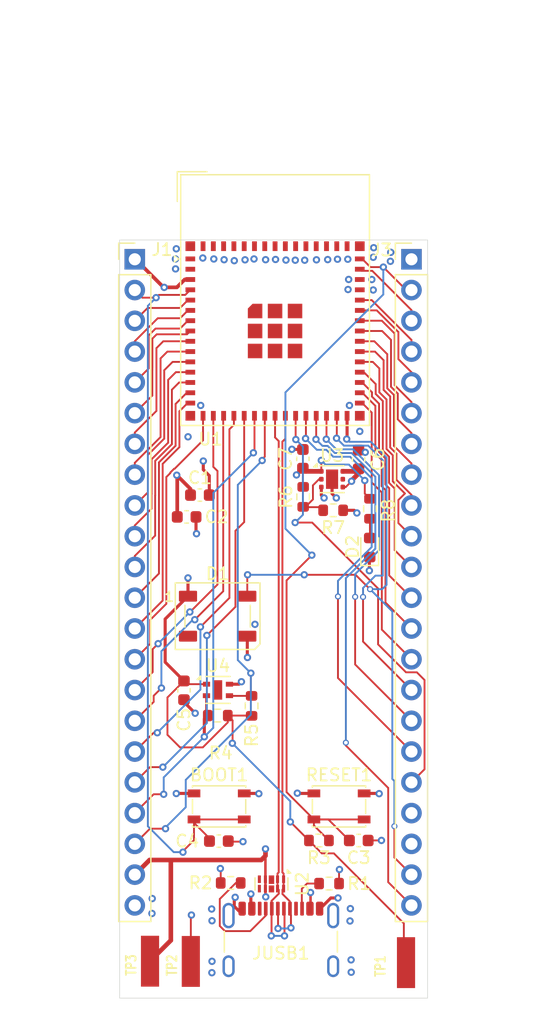
<source format=kicad_pcb>
(kicad_pcb (version 20241229) (generator "pcbnew") (generator_version "9.0")
  (layers (0 "F.Cu" signal "L1") (4 "In1.Cu" signal "L2") (6 "In2.Cu" signal "L3") (2 "B.Cu" signal "L4") (13 "F.Paste" user) (15 "B.Paste" user) (5 "F.SilkS" user "F.Silkscreen") (7 "B.SilkS" user "B.Silkscreen") (1 "F.Mask" user) (3 "B.Mask" user) (25 "Edge.Cuts" user))
  (net 0 "")
  (net 1 "GND")
  (net 2 "/3V3")
  (net 3 "/ESP32_EN")
  (net 4 "/GPIO0")
  (net 5 "/5VUSB")
  (net 7 "/GPIO48")
  (net 8 "Net-(D2-A)")
  (net 9 "/I2C_SCL")
  (net 10 "/GPIO13")
  (net 11 "/GPIO10")
  (net 12 "/I2C_SDA")
  (net 13 "/GPIO5")
  (net 14 "/GPIO1")
  (net 15 "/GPIO11")
  (net 16 "/GPIO7")
  (net 17 "/GPIO14")
  (net 18 "/GPIO12")
  (net 19 "/GPIO6")
  (net 20 "/GPIO3")
  (net 21 "/GPIO9")
  (net 22 "/GPIO4")
  (net 23 "/GPIO8")
  (net 24 "/GPIO16")
  (net 25 "/GPIO2")
  (net 26 "/GPIO15")
  (net 27 "/GPIO35")
  (net 28 "/GPIO47")
  (net 29 "/GPIO26")
  (net 30 "/USB_P")
  (net 31 "/GPIO36")
  (net 32 "/GPIO40")
  (net 33 "/GPIO39")
  (net 34 "/GPIO34")
  (net 35 "/GPIO41")
  (net 36 "/GPIO46")
  (net 37 "/RXD")
  (net 38 "/GPIO38")
  (net 39 "/TXD")
  (net 40 "/GPIO45")
  (net 41 "/GPIO37")
  (net 42 "/GPIO21")
  (net 43 "/GPIO33")
  (net 44 "/GPIO42")
  (net 45 "/USB_N")
  (net 47 "Net-(JUSB1-CC2)")
  (net 49 "Net-(JUSB1-CC1)")
  (net 50 "Net-(U3-FB)")
  (footprint "Connector_PinHeader_2.54mm:PinHeader_1x22_P2.54mm_Vertical" (layer "F.Cu") (at 125.278772 36.933372)
    (property "Reference" "J3")
    (property "Value" "~" (hide yes))
  )
  (footprint "RF_Module:ESP32-S2-MINI-1" (layer "F.Cu") (at 114.008772 40.303372)
    (property "Reference" "U1")
    (property "Value" "ESP32-S3-MINI-1" (hide yes))
  )
  (footprint "Resistor_SMD:R_0603_1608Metric" (layer "F.Cu") (at 110.343572 88.419172 180)
    (property "Reference" "R2")
    (property "Value" "5.1k" (hide yes))
  )
  (footprint "RCWCTE:TP420X150" (layer "F.Cu") (at 103.678772 94.878372 90)
    (property "Reference" "TP3")
    (property "Value" "TestPoint" (hide yes))
  )
  (footprint "Button_Switch_SMD:SW_SPST_PTS810" (layer "F.Cu") (at 119.292772 82.102772)
    (property "Reference" "RESET1")
    (property "Value" "~" (hide yes))
  )
  (footprint "Connector_PinHeader_2.54mm:PinHeader_1x22_P2.54mm_Vertical" (layer "F.Cu") (at 102.418772 36.933372)
    (property "Reference" "J1")
    (property "Value" "~" (hide yes))
  )
  (footprint "Resistor_SMD:R_0603_1608Metric" (layer "F.Cu") (at 117.633972 84.913972 180)
    (property "Reference" "R3")
    (property "Value" "10k" (hide yes))
  )
  (footprint "RCWCTE:TP420X150" (layer "F.Cu") (at 107.048772 94.898372 90)
    (property "Reference" "TP2")
    (property "Value" "TestPoint" (hide yes))
  )
  (footprint "RCWCTE:TP420X150" (layer "F.Cu") (at 124.828772 94.998372 90)
    (property "Reference" "TP1")
    (property "Value" "TestPoint" (hide yes))
  )
  (footprint "Capacitor_SMD:C_0603_1608Metric" (layer "F.Cu") (at 106.702972 58.201172)
    (property "Reference" "C2")
    (property "Value" "10uF" (hide yes))
  )
  (footprint "Capacitor_SMD:C_0603_1608Metric" (layer "F.Cu") (at 120.922972 84.913972)
    (property "Reference" "C3")
    (property "Value" "0.1uF" (hide yes))
  )
  (footprint "Resistor_SMD:R_0603_1608Metric" (layer "F.Cu") (at 109.276772 74.601572)
    (property "Reference" "R4")
    (property "Value" "10k" (hide yes))
  )
  (footprint "Package_DFN_QFN:Diodes_UDFN-10_1.0x2.5mm_P0.5mm" (layer "F.Cu") (at 113.712772 88.500872 -90)
    (property "Reference" "U2")
    (property "Value" "D3V3XA4B10LP" (hide yes))
  )
  (footprint "Resistor_SMD:R_0603_1608Metric" (layer "F.Cu") (at 118.471572 88.469972)
    (property "Reference" "R1")
    (property "Value" "5.1k" (hide yes))
  )
  (footprint "LED_SMD:LED_WS2812B_PLCC4_5.0x5.0mm_P3.2mm" (layer "F.Cu") (at 109.265172 66.396372)
    (property "Reference" "D1")
    (property "Value" "WS2812B" (hide yes))
  )
  (footprint "LED_SMD:LED_0603_1608Metric" (layer "F.Cu") (at 121.828772 60.728372 90)
    (property "Reference" "D2")
    (property "Value" "LED" (hide yes))
  )
  (footprint "Resistor_SMD:R_0603_1608Metric" (layer "F.Cu") (at 118.807972 57.655772 180)
    (property "Reference" "R7")
    (property "Value" "200k" (hide yes))
  )
  (footprint "Capacitor_SMD:C_0603_1608Metric" (layer "F.Cu") (at 107.798772 56.398372)
    (property "Reference" "C1")
    (property "Value" "0.1uF" (hide yes))
  )
  (footprint "Capacitor_SMD:C_0603_1608Metric" (layer "F.Cu") (at 109.365372 84.964772)
    (property "Reference" "C4")
    (property "Value" "0.1uF" (hide yes))
  )
  (footprint "Capacitor_SMD:C_0603_1608Metric" (layer "F.Cu") (at 116.307272 53.409772 90)
    (property "Reference" "C7")
    (property "Value" "10uF" (hide yes))
  )
  (footprint "Connector_USB:USB_C_Receptacle_GCT_USB4105-xx-A_16P_TopMnt_Horizontal" (layer "F.Cu") (at 114.49 94.22)
    (property "Reference" "JUSB1")
    (property "Value" "USB_C_Receptacle_USB2.0_16P")
  )
  (footprint "Resistor_SMD:R_0603_1608Metric" (layer "F.Cu") (at 112.070772 73.800972 -90)
    (property "Reference" "R5")
    (property "Value" "10k" (hide yes))
  )
  (footprint "Capacitor_SMD:C_0603_1608Metric" (layer "F.Cu") (at 106.482772 72.518772 -90)
    (property "Reference" "C5")
    (property "Value" "0.1uF" (hide yes))
  )
  (footprint "Capacitor_SMD:C_0603_1608Metric" (layer "F.Cu") (at 120.908772 53.458372 90)
    (property "Reference" "C6")
    (property "Value" "10uF" (hide yes))
  )
  (footprint "Button_Switch_SMD:SW_SPST_PTS810" (layer "F.Cu") (at 109.386172 82.102772)
    (property "Reference" "BOOT1")
    (property "Value" "~" (hide yes))
  )
  (footprint "Package_DFN_QFN:AMS_QFN-4-1EP_2x2mm_P0.95mm_EP0.7x1.6mm" (layer "F.Cu") (at 109.291972 72.485772)
    (property "Reference" "U4")
    (property "Value" "ENS210" (hide yes))
  )
  (footprint "Package_SON:WSON-6-1EP_2x2mm_P0.65mm_EP1x1.6mm" (layer "F.Cu") (at 118.718772 55.088372)
    (property "Reference" "U3")
    (property "Value" "TLV75801PDRV" (hide yes))
  )
  (footprint "Resistor_SMD:R_0603_1608Metric" (layer "F.Cu") (at 121.848772 57.528372 -90)
    (property "Reference" "R8")
    (property "Value" "5.1k" (hide yes))
  )
  (footprint "Resistor_SMD:R_0603_1608Metric" (layer "F.Cu") (at 116.331172 56.546372 90)
    (property "Reference" "R6")
    (property "Value" "1M" (hide yes))
  )
  (gr_rect (start 101.17 35.34) (end 126.61 97.93) (stroke (width 0.05)) (fill no) (layer "Edge.Cuts"))
  (segment (start 110.713694 89.603424) (end 110.638772 89.678346) (width 0.254) (layer "F.Cu") (net 1))
  (segment (start 107.311172 81.027772) (end 105.859372 81.027772) (width 0.254) (layer "F.Cu") (net 1))
  (segment (start 119.632972 57.655772) (end 120.547972 57.655772) (width 0.254) (layer "F.Cu") (net 1))
  (segment (start 111.358772 85.008372) (end 110.183972 85.008372) (width 0.1524) (layer "F.Cu") (net 1))
  (segment (start 119.296572 87.340572) (end 119.328772 87.308372) (width 0.1524) (layer "F.Cu") (net 1))
  (segment (start 112.648172 81.027772) (end 112.668772 81.048372) (width 0.254) (layer "F.Cu") (net 1))
  (segment (start 108.078772 53.588372) (end 108.078772 54.298372) (width 0.254) (layer "F.Cu") (net 1))
  (segment (start 111.461172 81.027772) (end 112.648172 81.027772) (width 0.254) (layer "F.Cu") (net 1))
  (segment (start 111.715172 68.046372) (end 111.715172 69.794772) (width 0.254) (layer "F.Cu") (net 1))
  (segment (start 116.300872 52.628372) (end 116.307272 52.634772) (width 0.254) (layer "F.Cu") (net 1))
  (segment (start 120.547972 57.655772) (end 120.767972 57.875772) (width 0.254) (layer "F.Cu") (net 1))
  (segment (start 106.482772 73.293772) (end 106.482772 73.482372) (width 0.254) (layer "F.Cu") (net 1))
  (segment (start 117.831272 55.738372) (end 117.831272 56.409072) (width 0.254) (layer "F.Cu") (net 1))
  (segment (start 121.703572 84.908372) (end 121.697972 84.913972) (width 0.1524) (layer "F.Cu") (net 1))
  (segment (start 121.798772 61.545872) (end 121.828772 61.515872) (width 0.254) (layer "F.Cu") (net 1))
  (segment (start 119.21 89.66) (end 118.617144 89.66) (width 0.254) (layer "F.Cu") (net 1))
  (segment (start 109.518572 87.258172) (end 109.488772 87.228372) (width 0.1524) (layer "F.Cu") (net 1))
  (segment (start 107.477972 58.201172) (end 107.477972 59.547572) (width 0.254) (layer "F.Cu") (net 1))
  (segment (start 115.398772 52.618372) (end 115.598772 52.618372) (width 0.254) (layer "F.Cu") (net 1))
  (segment (start 121.034718 52.683372) (end 120.908772 52.683372) (width 0.1524) (layer "F.Cu") (net 1))
  (segment (start 115.598772 52.618372) (end 115.608772 52.628372) (width 0.254) (layer "F.Cu") (net 1))
  (segment (start 110.638772 89.678346) (end 110.638772 90.348372) (width 0.254) (layer "F.Cu") (net 1))
  (segment (start 107.477972 59.547572) (end 107.518772 59.588372) (width 0.254) (layer "F.Cu") (net 1))
  (segment (start 115.868172 81.027772) (end 115.848772 81.008372) (width 0.254) (layer "F.Cu") (net 1))
  (segment (start 117.668772 90.608372) (end 117.668772 90.978372) (width 0.254) (layer "F.Cu") (net 1))
  (segment (start 110.638772 90.348372) (end 111.268772 90.978372) (width 0.254) (layer "F.Cu") (net 1))
  (segment (start 121.439116 52.847771) (end 121.199117 52.847771) (width 0.1524) (layer "F.Cu") (net 1))
  (segment (start 115.608772 52.628372) (end 116.300872 52.628372) (width 0.254) (layer "F.Cu") (net 1))
  (segment (start 119.296572 88.469972) (end 119.296572 87.340572) (width 0.1524) (layer "F.Cu") (net 1))
  (segment (start 122.798772 84.908372) (end 121.703572 84.908372) (width 0.1524) (layer "F.Cu") (net 1))
  (segment (start 108.573772 54.793372) (end 108.573772 56.398372) (width 0.254) (layer "F.Cu") (net 1))
  (segment (start 105.859372 81.027772) (end 105.848772 81.038372) (width 0.254) (layer "F.Cu") (net 1))
  (segment (start 117.831272 56.409072) (end 118.057972 56.635772) (width 0.254) (layer "F.Cu") (net 1))
  (segment (start 110.183972 85.008372) (end 110.140372 84.964772) (width 0.1524) (layer "F.Cu") (net 1))
  (segment (start 111.026372 72.010772) (end 111.228772 71.808372) (width 0.254) (layer "F.Cu") (net 1))
  (segment (start 109.518572 88.419172) (end 109.518572 87.258172) (width 0.1524) (layer "F.Cu") (net 1))
  (segment (start 118.718772 56.286572) (end 119.067972 56.635772) (width 0.254) (layer "F.Cu") (net 1))
  (segment (start 118.617144 89.66) (end 117.668772 90.608372) (width 0.254) (layer "F.Cu") (net 1))
  (segment (start 107.048772 94.898372) (end 107.048772 91.118372) (width 0.1524) (layer "F.Cu") (net 1))
  (segment (start 111.715172 69.794772) (end 111.728772 69.808372) (width 0.254) (layer "F.Cu") (net 1))
  (segment (start 118.718772 55.088372) (end 118.718772 56.286572) (width 0.254) (layer "F.Cu") (net 1))
  (segment (start 107.048772 91.118372) (end 107.098772 91.068372) (width 0.1524) (layer "F.Cu") (net 1))
  (segment (start 108.078772 54.298372) (end 108.573772 54.793372) (width 0.254) (layer "F.Cu") (net 1))
  (segment (start 121.367772 81.027772) (end 122.588172 81.027772) (width 0.254) (layer "F.Cu") (net 1))
  (segment (start 117.217772 81.027772) (end 115.868172 81.027772) (width 0.254) (layer "F.Cu") (net 1))
  (segment (start 110.241972 72.010772) (end 111.026372 72.010772) (width 0.254) (layer "F.Cu") (net 1))
  (segment (start 122.588172 81.027772) (end 122.608772 81.048372) (width 0.254) (layer "F.Cu") (net 1))
  (segment (start 121.460373 52.869028) (end 121.439116 52.847771) (width 0.1524) (layer "F.Cu") (net 1))
  (segment (start 121.199117 52.847771) (end 121.034718 52.683372) (width 0.1524) (layer "F.Cu") (net 1))
  (segment (start 106.482772 73.482372) (end 107.408772 74.408372) (width 0.254) (layer "F.Cu") (net 1))
  (segment (start 121.798772 62.638372) (end 121.798772 61.545872) (width 0.254) (layer "F.Cu") (net 1))
  (via (at 119.21 89.66) (size 0.604799) (drill 0.299999) (layers "F.Cu" "B.Cu") (net 1))
  (via (at 120.767972 57.875772) (size 0.604799) (drill 0.299999) (layers "F.Cu" "B.Cu") (net 1))
  (via (at 123.568772 36.358372) (size 0.604799) (drill 0.299999) (layers "F.Cu" "B.Cu") (net 1))
  (via (at 121.460373 52.869028) (size 0.604799) (drill 0.299999) (layers "F.Cu" "B.Cu") (net 1))
  (via (at 121.798772 62.638372) (size 0.604799) (drill 0.299999) (layers "F.Cu" "B.Cu") (net 1))
  (via (at 112.668772 81.048372) (size 0.604799) (drill 0.299999) (layers "F.Cu" "B.Cu") (net 1))
  (via (at 120.018772 36.928372) (size 0.604799) (drill 0.299999) (layers "F.Cu" "B.Cu") (net 1))
  (via (at 115.398772 52.618372) (size 0.604799) (drill 0.299999) (layers "F.Cu" "B.Cu") (net 1))
  (via (at 116.458772 37.008372) (size 0.604799) (drill 0.299999) (layers "F.Cu" "B.Cu") (net 1))
  (via (at 121.008772 51.138372) (size 0.604799) (drill 0.299999) (layers "F.Cu" "B.Cu") (net 1))
  (via (at 107.518772 59.588372) (size 0.604799) (drill 0.299999) (layers "F.Cu" "B.Cu") (net 1))
  (via (at 118.057972 56.635772) (size 0.604799) (drill 0.299999) (layers "F.Cu" "B.Cu") (net 1))
  (via (at 114.048772 36.948372) (size 0.604799) (drill 0.299999) (layers "F.Cu" "B.Cu") (net 1))
  (via (at 103.838772 90.938372) (size 0.604799) (drill 0.299999) (layers "F.Cu" "B.Cu") (net 1))
  (via (at 107.098772 91.068372) (size 0.604799) (drill 0.299999) (layers "F.Cu" "B.Cu") (net 1))
  (via (at 122.158772 35.978372) (size 0.604799) (drill 0.299999) (layers "F.Cu" "B.Cu") (net 1))
  (via (at 103.858772 89.708372) (size 0.604799) (drill 0.299999) (layers "F.Cu" "B.Cu") (net 1))
  (via (at 120.29 94.77) (size 0.604799) (drill 0.299999) (layers "F.Cu" "B.Cu") (net 1))
  (via (at 108.948772 36.908372) (size 0.604799) (drill 0.299999) (layers "F.Cu" "B.Cu") (net 1))
  (via (at 111.728772 69.808372) (size 0.604799) (drill 0.299999) (layers "F.Cu" "B.Cu") (net 1))
  (via (at 111.358772 85.008372) (size 0.604799) (drill 0.299999) (layers "F.Cu" "B.Cu") (net 1))
  (via (at 112.348772 67.068372) (size 0.604799) (drill 0.299999) (layers "F.Cu" "B.Cu") (net 1))
  (via (at 122.003299 38.603845) (size 0.604799) (drill 0.299999) (layers "F.Cu" "B.Cu") (net 1))
  (via (at 105.848772 81.038372) (size 0.604799) (drill 0.299999) (layers "F.Cu" "B.Cu") (net 1))
  (via (at 108.79 95.83) (size 0.604799) (drill 0.299999) (layers "F.Cu" "B.Cu") (net 1))
  (via (at 122.118772 39.468372) (size 0.604799) (drill 0.299999) (layers "F.Cu" "B.Cu") (net 1))
  (via (at 120.23 90.54) (size 0.604799) (drill 0.299999) (layers "F.Cu" "B.Cu") (net 1))
  (via (at 120.2 91.56) (size 0.604799) (drill 0.299999) (layers "F.Cu" "B.Cu") (net 1))
  (via (at 108.8 94.89) (size 0.604799) (drill 0.299999) (layers "F.Cu" "B.Cu") (net 1))
  (via (at 108.038772 36.828372) (size 0.604799) (drill 0.299999) (layers "F.Cu" "B.Cu") (net 1))
  (via (at 112.268772 36.908372) (size 0.604799) (drill 0.299999) (layers "F.Cu" "B.Cu") (net 1))
  (via (at 118.358772 36.958372) (size 0.604799) (drill 0.299999) (layers "F.Cu" "B.Cu") (net 1))
  (via (at 113.228772 36.968372) (size 0.604799) (drill 0.299999) (layers "F.Cu" "B.Cu") (net 1))
  (via (at 108.078772 53.588372) (size 0.604799) (drill 0.299999) (layers "F.Cu" "B.Cu") (net 1))
  (via (at 122.798772 84.908372) (size 0.604799) (drill 0.299999) (layers "F.Cu" "B.Cu") (net 1))
  (via (at 108.77 90.57) (size 0.604799) (drill 0.299999) (layers "F.Cu" "B.Cu") (net 1))
  (via (at 105.778772 36.908372) (size 0.604799) (drill 0.299999) (layers "F.Cu" "B.Cu") (net 1))
  (via (at 120.3 95.79) (size 0.604799) (drill 0.299999) (layers "F.Cu" "B.Cu") (net 1))
  (via (at 110.638772 37.048372) (size 0.604799) (drill 0.299999) (layers "F.Cu" "B.Cu") (net 1))
  (via (at 107.408772 74.408372) (size 0.604799) (drill 0.299999) (layers "F.Cu" "B.Cu") (net 1))
  (via (at 109.488772 87.228372) (size 0.604799) (drill 0.299999) (layers "F.Cu" "B.Cu") (net 1))
  (via (at 120.153971 48.998571) (size 0.604799) (drill 0.299999) (layers "F.Cu" "B.Cu") (net 1))
  (via (at 114.908772 36.998372) (size 0.604799) (drill 0.299999) (layers "F.Cu" "B.Cu") (net 1))
  (via (at 117.428772 36.978372) (size 0.604799) (drill 0.299999) (layers "F.Cu" "B.Cu") (net 1))
  (via (at 120.038772 39.428372) (size 0.604799) (drill 0.299999) (layers "F.Cu" "B.Cu") (net 1))
  (via (at 107.863573 48.998571) (size 0.604799) (drill 0.299999) (layers "F.Cu" "B.Cu") (net 1))
  (via (at 119.067972 56.635772) (size 0.604799) (drill 0.299999) (layers "F.Cu" "B.Cu") (net 1))
  (via (at 111.228772 71.808372) (size 0.604799) (drill 0.299999) (layers "F.Cu" "B.Cu") (net 1))
  (via (at 115.678772 37.008372) (size 0.604799) (drill 0.299999) (layers "F.Cu" "B.Cu") (net 1))
  (via (at 111.528772 36.978372) (size 0.604799) (drill 0.299999) (layers "F.Cu" "B.Cu") (net 1))
  (via (at 120.088772 38.598372) (size 0.604799) (drill 0.299999) (layers "F.Cu" "B.Cu") (net 1))
  (via (at 105.848772 36.068372) (size 0.604799) (drill 0.299999) (layers "F.Cu" "B.Cu") (net 1))
  (via (at 123.538772 37.098372) (size 0.604799) (drill 0.299999) (layers "F.Cu" "B.Cu") (net 1))
  (via (at 108.8 91.54) (size 0.604799) (drill 0.299999) (layers "F.Cu" "B.Cu") (net 1))
  (via (at 122.608772 81.048372) (size 0.604799) (drill 0.299999) (layers "F.Cu" "B.Cu") (net 1))
  (via (at 122.118772 36.768372) (size 0.604799) (drill 0.299999) (layers "F.Cu" "B.Cu") (net 1))
  (via (at 109.798772 36.968372) (size 0.604799) (drill 0.299999) (layers "F.Cu" "B.Cu") (net 1))
  (via (at 105.788772 37.728372) (size 0.604799) (drill 0.299999) (layers "F.Cu" "B.Cu") (net 1))
  (via (at 119.328772 87.308372) (size 0.604799) (drill 0.299999) (layers "F.Cu" "B.Cu") (net 1))
  (via (at 115.848772 81.008372) (size 0.604799) (drill 0.299999) (layers "F.Cu" "B.Cu") (net 1))
  (via (at 106.818772 51.588372) (size 0.604799) (drill 0.299999) (layers "F.Cu" "B.Cu") (net 1))
  (via (at 110.713694 89.603424) (size 0.604799) (drill 0.299999) (layers "F.Cu" "B.Cu") (net 1))
  (via (at 119.168772 36.928372) (size 0.604799) (drill 0.299999) (layers "F.Cu" "B.Cu") (net 1))
  (segment (start 106.482772 71.743772) (end 105.118772 73.107772) (width 0.1524) (layer "F.Cu") (net 2))
  (segment (start 116.307272 55.697472) (end 116.307272 54.184772) (width 0.1524) (layer "F.Cu") (net 2))
  (segment (start 105.118772 73.107772) (end 105.118772 76.188372) (width 0.1524) (layer "F.Cu") (net 2))
  (segment (start 112.046372 74.601572) (end 112.070772 74.625972) (width 0.1524) (layer "F.Cu") (net 2))
  (segment (start 105.888772 54.758372) (end 107.023772 55.893372) (width 0.3048) (layer "F.Cu") (net 2))
  (segment (start 116.307272 54.184772) (end 116.307272 54.206472) (width 0.1524) (layer "F.Cu") (net 2))
  (segment (start 115.273372 83.378372) (end 115.268772 83.378372) (width 0.1524) (layer "F.Cu") (net 2))
  (segment (start 124.828772 94.998372) (end 124.648772 94.818372) (width 0.1524) (layer "F.Cu") (net 2))
  (segment (start 117.831272 54.438372) (end 117.831272 53.540872) (width 0.1524) (layer "F.Cu") (net 2))
  (segment (start 124.648772 91.758372) (end 118.868772 85.978372) (width 0.1524) (layer "F.Cu") (net 2))
  (segment (start 121.420277 56.274877) (end 121.848772 56.703372) (width 0.1524) (layer "F.Cu") (net 2))
  (segment (start 117.831272 53.540872) (end 117.828772 53.538372) (width 0.1524) (layer "F.Cu") (net 2))
  (segment (start 105.927972 54.797572) (end 105.927972 58.201172) (width 0.3048) (layer "F.Cu") (net 2))
  (segment (start 116.808972 84.913972) (end 115.273372 83.378372) (width 0.1524) (layer "F.Cu") (net 2))
  (segment (start 106.815172 64.746372) (end 104.928772 66.632772) (width 0.254) (layer "F.Cu") (net 2))
  (segment (start 105.895572 39.251572) (end 106.543772 38.603372) (width 0.3048) (layer "F.Cu") (net 2))
  (segment (start 116.319472 54.184772) (end 116.307272 54.184772) (width 0.39116) (layer "F.Cu") (net 2))
  (segment (start 106.158772 77.228372) (end 108.038772 77.228372) (width 0.1524) (layer "F.Cu") (net 2))
  (segment (start 106.815172 64.746372) (end 106.815172 63.238372) (width 0.254) (layer "F.Cu") (net 2))
  (segment (start 107.023772 55.893372) (end 107.023772 56.398372) (width 0.3048) (layer "F.Cu") (net 2))
  (segment (start 104.848772 39.251572) (end 105.895572 39.251572) (width 0.3048) (layer "F.Cu") (net 2))
  (segment (start 110.101772 74.601572) (end 112.046372 74.601572) (width 0.1524) (layer "F.Cu") (net 2))
  (segment (start 106.749772 72.010772) (end 106.482772 71.743772) (width 0.1524) (layer "F.Cu") (net 2))
  (segment (start 110.498772 74.998572) (end 110.101772 74.601572) (width 0.1524) (layer "F.Cu") (net 2))
  (segment (start 108.341972 72.010772) (end 106.749772 72.010772) (width 0.1524) (layer "F.Cu") (net 2))
  (segment (start 124.648772 94.818372) (end 124.648772 91.758372) (width 0.1524) (layer "F.Cu") (net 2))
  (segment (start 104.928772 70.189772) (end 106.482772 71.743772) (width 0.254) (layer "F.Cu") (net 2))
  (segment (start 110.101772 75.165372) (end 110.101772 74.601572) (width 0.1524) (layer "F.Cu") (net 2))
  (segment (start 117.873372 85.978372) (end 116.808972 84.913972) (width 0.1524) (layer "F.Cu") (net 2))
  (segment (start 117.831272 54.438372) (end 116.573072 54.438372) (width 0.39116) (layer "F.Cu") (net 2))
  (segment (start 121.420277 55.195756) (end 121.420277 56.274877) (width 0.1524) (layer "F.Cu") (net 2))
  (segment (start 110.478772 76.888372) (end 110.498772 76.868372) (width 0.1524) (layer "F.Cu") (net 2))
  (segment (start 116.307272 54.206472) (end 115.777972 54.735772) (width 0.3048) (layer "F.Cu") (net 2))
  (segment (start 105.888772 54.758372) (end 105.927972 54.797572) (width 0.3048) (layer "F.Cu") (net 2))
  (segment (start 118.868772 85.978372) (end 117.873372 85.978372) (width 0.1524) (layer "F.Cu") (net 2))
  (segment (start 104.928772 66.632772) (end 104.928772 70.189772) (width 0.254) (layer "F.Cu") (net 2))
  (segment (start 102.480572 36.933372) (end 104.798772 39.251572) (width 0.3048) (layer "F.Cu") (net 2))
  (segment (start 104.798772 39.251572) (end 104.848772 39.251572) (width 0.3048) (layer "F.Cu") (net 2))
  (segment (start 105.118772 76.188372) (end 106.158772 77.228372) (width 0.1524) (layer "F.Cu") (net 2))
  (segment (start 102.418772 36.933372) (end 102.480572 36.933372) (width 0.1524) (layer "F.Cu") (net 2))
  (segment (start 106.543772 38.603372) (end 107.008772 38.603372) (width 0.3048) (layer "F.Cu") (net 2))
  (segment (start 116.331172 55.721372) (end 116.307272 55.697472) (width 0.1524) (layer "F.Cu") (net 2))
  (segment (start 116.573072 54.438372) (end 116.319472 54.184772) (width 0.39116) (layer "F.Cu") (net 2))
  (segment (start 110.498772 76.868372) (end 110.498772 74.998572) (width 0.1524) (layer "F.Cu") (net 2))
  (segment (start 108.038772 77.228372) (end 110.101772 75.165372) (width 0.1524) (layer "F.Cu") (net 2))
  (via (at 115.268772 83.378372) (size 0.604799) (drill 0.299999) (layers "F.Cu" "B.Cu") (net 2))
  (via (at 105.888772 54.758372) (size 0.604799) (drill 0.299999) (layers "F.Cu" "B.Cu") (net 2))
  (via (at 115.777972 54.735772) (size 0.604799) (drill 0.299999) (layers "F.Cu" "B.Cu") (net 2))
  (via (at 121.420277 55.195756) (size 0.604799) (drill 0.299999) (layers "F.Cu" "B.Cu") (net 2))
  (via (at 110.478772 76.888372) (size 0.604799) (drill 0.299999) (layers "F.Cu" "B.Cu") (net 2))
  (via (at 106.815172 63.238372) (size 0.604799) (drill 0.299999) (layers "F.Cu" "B.Cu") (net 2))
  (via (at 104.848772 39.251572) (size 0.604799) (drill 0.299999) (layers "F.Cu" "B.Cu") (net 2))
  (via (at 117.828772 53.538372) (size 0.604799) (drill 0.299999) (layers "F.Cu" "B.Cu") (net 2))
  (segment (start 118.168772 53.878372) (end 120.102893 53.878372) (width 0.1524) (layer "B.Cu") (net 2))
  (segment (start 115.268772 81.678372) (end 110.478772 76.888372) (width 0.1524) (layer "B.Cu") (net 2))
  (segment (start 117.828772 53.538372) (end 118.168772 53.878372) (width 0.1524) (layer "B.Cu") (net 2))
  (segment (start 120.102893 53.878372) (end 121.420277 55.195756) (width 0.1524) (layer "B.Cu") (net 2))
  (segment (start 115.268772 83.378372) (end 115.268772 81.678372) (width 0.1524) (layer "B.Cu") (net 2))
  (segment (start 117.217772 83.672772) (end 118.458972 84.913972) (width 0.1524) (layer "F.Cu") (net 3))
  (segment (start 122.954401 37.579893) (end 121.885293 37.579893) (width 0.1524) (layer "F.Cu") (net 3))
  (segment (start 117.217772 83.177772) (end 118.411772 83.177772) (width 0.1524) (layer "F.Cu") (net 3))
  (segment (start 118.411772 83.177772) (end 120.147972 84.913972) (width 0.1524) (layer "F.Cu") (net 3))
  (segment (start 121.208772 36.903372) (end 121.008772 36.903372) (width 0.1524) (layer "F.Cu") (net 3))
  (segment (start 117.217772 83.177772) (end 117.217772 83.672772) (width 0.1524) (layer "F.Cu") (net 3))
  (segment (start 114.96 80.92) (end 114.96 63.447144) (width 0.1524) (layer "F.Cu") (net 3))
  (segment (start 124.84788 39.473372) (end 122.954401 37.579893) (width 0.1524) (layer "F.Cu") (net 3))
  (segment (start 114.96 63.447144) (end 117.048772 61.358372) (width 0.1524) (layer "F.Cu") (net 3))
  (segment (start 121.885293 37.579893) (end 121.208772 36.903372) (width 0.1524) (layer "F.Cu") (net 3))
  (segment (start 117.217772 83.177772) (end 114.96 80.92) (width 0.1524) (layer "F.Cu") (net 3))
  (segment (start 125.278772 39.473372) (end 124.84788 39.473372) (width 0.1524) (layer "F.Cu") (net 3))
  (segment (start 117.217772 83.177772) (end 121.367772 83.177772) (width 0.1524) (layer "F.Cu") (net 3))
  (via (at 117.048772 61.358372) (size 0.604799) (drill 0.299999) (layers "F.Cu" "B.Cu") (net 3))
  (via (at 122.954401 37.579893) (size 0.604799) (drill 0.299999) (layers "F.Cu" "B.Cu") (net 3))
  (segment (start 114.866773 59.176373) (end 114.866773 47.922733) (width 0.1524) (layer "B.Cu") (net 3))
  (segment (start 122.954401 39.835105) (end 122.954401 37.579893) (width 0.1524) (layer "B.Cu") (net 3))
  (segment (start 117.048772 61.358372) (end 114.866773 59.176373) (width 0.1524) (layer "B.Cu") (net 3))
  (segment (start 114.866773 47.922733) (end 122.954401 39.835105) (width 0.1524) (layer "B.Cu") (net 3))
  (segment (start 107.311172 84.885972) (end 107.311172 83.177772) (width 0.1524) (layer "F.Cu") (net 4))
  (segment (start 107.311172 83.177772) (end 111.461172 83.177772) (width 0.1524) (layer "F.Cu") (net 4))
  (segment (start 107.311172 83.456372) (end 107.311172 83.177772) (width 0.1524) (layer "F.Cu") (net 4))
  (segment (start 104.406572 39.873772) (end 106.588372 39.873772) (width 0.1524) (layer "F.Cu") (net 4))
  (segment (start 103.046972 40.101572) (end 104.178772 40.101572) (width 0.1524) (layer "F.Cu") (net 4))
  (segment (start 106.398772 85.798372) (end 107.311172 84.885972) (width 0.1524) (layer "F.Cu") (net 4))
  (segment (start 104.178772 40.101572) (end 104.406572 39.873772) (width 0.1524) (layer "F.Cu") (net 4))
  (segment (start 108.590372 84.964772) (end 108.590372 84.735572) (width 0.1524) (layer "F.Cu") (net 4))
  (segment (start 108.590372 84.735572) (end 107.311172 83.456372) (width 0.1524) (layer "F.Cu") (net 4))
  (segment (start 102.418772 39.473372) (end 103.046972 40.101572) (width 0.1524) (layer "F.Cu") (net 4))
  (segment (start 106.588372 39.873772) (end 107.008772 39.453372) (width 0.1524) (layer "F.Cu") (net 4))
  (segment (start 106.398772 85.878372) (end 106.398772 85.798372) (width 0.1524) (layer "F.Cu") (net 4))
  (via (at 106.398772 85.878372) (size 0.604799) (drill 0.299999) (layers "F.Cu" "B.Cu") (net 4))
  (via (at 104.178772 40.101572) (size 0.604799) (drill 0.299999) (layers "F.Cu" "B.Cu") (net 4))
  (segment (start 104.178772 40.101572) (end 103.498372 40.781972) (width 0.1524) (layer "B.Cu") (net 4))
  (segment (start 103.498372 40.781972) (end 103.498372 83.737972) (width 0.1524) (layer "B.Cu") (net 4))
  (segment (start 105.638772 85.878372) (end 106.398772 85.878372) (width 0.1524) (layer "B.Cu") (net 4))
  (segment (start 103.498372 83.737972) (end 105.638772 85.878372) (width 0.1524) (layer "B.Cu") (net 4))
  (segment (start 113.212772 88.113372) (end 113.212772 88.888372) (width 0.2032) (layer "F.Cu") (net 5))
  (segment (start 113.218772 85.61) (end 113.218772 86.173574) (width 0.381) (layer "F.Cu") (net 5))
  (segment (start 113.212772 89.542772) (end 113.24 89.57) (width 0.2032) (layer "F.Cu") (net 5))
  (segment (start 105.398772 93.158372) (end 105.398772 86.670973) (width 0.381) (layer "F.Cu") (net 5))
  (segment (start 112.068772 90.468372) (end 112.068772 90.978372) (width 0.254) (layer "F.Cu") (net 5))
  (segment (start 120.688772 54.233372) (end 120.908772 54.233372) (width 0.39116) (layer "F.Cu") (net 5))
  (segment (start 119.606272 55.738372) (end 119.848772 55.738372) (width 0.1524) (layer "F.Cu") (net 5))
  (segment (start 113.212772 85.616) (end 113.218772 85.61) (width 0.2032) (layer "F.Cu") (net 5))
  (segment (start 120.328772 55.193372) (end 120.908772 54.613372) (width 0.39116) (layer "F.Cu") (net 5))
  (segment (start 120.908772 54.613372) (end 120.908772 54.233372) (width 0.39116) (layer "F.Cu") (net 5))
  (segment (start 112.867674 86.524672) (end 103.642472 86.524672) (width 0.381) (layer "F.Cu") (net 5))
  (segment (start 119.606272 54.438372) (end 120.483772 54.438372) (width 0.39116) (layer "F.Cu") (net 5))
  (segment (start 103.642472 86.524672) (end 102.433772 87.733372) (width 0.381) (layer "F.Cu") (net 5))
  (segment (start 113.212772 88.888372) (end 113.212772 89.542772) (width 0.2032) (layer "F.Cu") (net 5))
  (segment (start 119.848772 55.738372) (end 120.328772 55.258372) (width 0.1524) (layer "F.Cu") (net 5))
  (segment (start 113.218772 86.173574) (end 112.867674 86.524672) (width 0.381) (layer "F.Cu") (net 5))
  (segment (start 120.328772 55.258372) (end 120.328772 55.193372) (width 0.39116) (layer "F.Cu") (net 5))
  (segment (start 112.01 90.4096) (end 112.068772 90.468372) (width 0.254) (layer "F.Cu") (net 5))
  (segment (start 120.483772 54.438372) (end 120.688772 54.233372) (width 0.39116) (layer "F.Cu") (net 5))
  (segment (start 103.678772 94.878372) (end 105.398772 93.158372) (width 0.381) (layer "F.Cu") (net 5))
  (segment (start 116.94 89.21) (end 116.94 90.49) (width 0.2032) (layer "F.Cu") (net 5))
  (segment (start 113.212772 88.113372) (end 113.212772 85.616) (width 0.2032) (layer "F.Cu") (net 5))
  (segment (start 112.01 89.33) (end 112.01 90.4096) (width 0.254) (layer "F.Cu") (net 5))
  (segment (start 116.94 90.49) (end 116.89 90.54) (width 0.2032) (layer "F.Cu") (net 5))
  (segment (start 102.433772 87.733372) (end 102.418772 87.733372) (width 0.2032) (layer "F.Cu") (net 5))
  (via (at 116.94 89.21) (size 0.604799) (drill 0.299999) (layers "F.Cu" "B.Cu") (net 5))
  (via (at 113.24 89.57) (size 0.604799) (drill 0.299999) (layers "F.Cu" "B.Cu") (net 5))
  (via (at 112.01 89.33) (size 0.604799) (drill 0.299999) (layers "F.Cu" "B.Cu") (net 5))
  (via (at 120.328772 55.258372) (size 0.604799) (drill 0.299999) (layers "F.Cu" "B.Cu") (net 5))
  (via (at 113.218772 85.61) (size 0.604799) (drill 0.299999) (layers "F.Cu" "B.Cu") (net 5))
  (segment (start 111.715172 63.001972) (end 111.738772 62.978372) (width 0.254) (layer "F.Cu") (net 7))
  (segment (start 123.868772 86.323372) (end 125.278772 87.733372) (width 0.1524) (layer "F.Cu") (net 7))
  (segment (start 111.715172 64.746372) (end 111.715172 63.001972) (width 0.1524) (layer "F.Cu") (net 7))
  (segment (start 123.868772 83.738372) (end 123.868772 86.323372) (width 0.1524) (layer "F.Cu") (net 7))
  (segment (start 120.658772 62.978372) (end 116.418772 62.978372) (width 0.1524) (layer "F.Cu") (net 7))
  (segment (start 119.958772 51.748372) (end 119.958772 49.853372) (width 0.254) (layer "F.Cu") (net 7))
  (segment (start 119.928772 51.778372) (end 119.958772 51.748372) (width 0.1524) (layer "F.Cu") (net 7))
  (segment (start 121.848772 64.168372) (end 120.658772 62.978372) (width 0.1524) (layer "F.Cu") (net 7))
  (via (at 121.858772 64.168372) (size 0.5) (drill 0.3) (layers "F.Cu" "B.Cu") (net 7))
  (via (at 111.738772 62.978372) (size 0.604799) (drill 0.299999) (layers "F.Cu" "B.Cu") (net 7))
  (via (at 123.868772 83.738372) (size 0.5) (drill 0.3) (layers "F.Cu" "B.Cu") (net 7))
  (via (at 116.418772 62.978372) (size 0.604799) (drill 0.299999) (layers "F.Cu" "B.Cu") (net 7))
  (via (at 119.928772 51.778372) (size 0.604799) (drill 0.299999) (layers "F.Cu" "B.Cu") (net 7))
  (segment (start 123.698772 79.838372) (end 123.698772 66.008372) (width 0.1524) (layer "B.Cu") (net 7))
  (segment (start 116.418772 62.978372) (end 111.738772 62.978372) (width 0.1524) (layer "B.Cu") (net 7))
  (segment (start 119.928772 51.778372) (end 120.148772 51.998372) (width 0.1524) (layer "B.Cu") (net 7))
  (segment (start 120.148772 51.998372) (end 121.918772 51.998372) (width 0.1524) (layer "B.Cu") (net 7))
  (segment (start 122.858772 64.168372) (end 121.858772 64.168372) (width 0.1524) (layer "B.Cu") (net 7))
  (segment (start 123.218772 63.808372) (end 122.858772 64.168372) (width 0.1524) (layer "B.Cu") (net 7))
  (segment (start 123.218772 53.298372) (end 123.218772 63.808372) (width 0.1524) (layer "B.Cu") (net 7))
  (segment (start 123.868772 80.008372) (end 123.698772 79.838372) (width 0.1524) (layer "B.Cu") (net 7))
  (segment (start 123.868772 83.738372) (end 123.868772 80.008372) (width 0.1524) (layer "B.Cu") (net 7))
  (segment (start 121.918772 51.998372) (end 123.218772 53.298372) (width 0.1524) (layer "B.Cu") (net 7))
  (segment (start 123.698772 66.008372) (end 121.858772 64.168372) (width 0.1524) (layer "B.Cu") (net 7))
  (segment (start 121.848772 59.920872) (end 121.828772 59.940872) (width 0.1524) (layer "F.Cu") (net 8))
  (segment (start 121.848772 58.353372) (end 121.848772 59.920872) (width 0.1524) (layer "F.Cu") (net 8))
  (segment (start 108.451772 74.601572) (end 108.311572 74.461372) (width 0.1524) (layer "F.Cu") (net 9))
  (segment (start 108.163299 74.890045) (end 108.451772 74.601572) (width 0.254) (layer "F.Cu") (net 9))
  (segment (start 103.973772 81.098372) (end 102.418772 82.653372) (width 0.1524) (layer "F.Cu") (net 9))
  (segment (start 108.163299 76.352899) (end 108.163299 74.890045) (width 0.254) (layer "F.Cu") (net 9))
  (segment (start 108.311572 74.461372) (end 108.311572 72.991172) (width 0.1524) (layer "F.Cu") (net 9))
  (segment (start 112.308772 52.818372) (end 112.308772 49.853372) (width 0.1524) (layer "F.Cu") (net 9))
  (segment (start 112.218772 52.908372) (end 112.308772 52.818372) (width 0.1524) (layer "F.Cu") (net 9))
  (segment (start 104.808772 81.098372) (end 103.973772 81.098372) (width 0.1524) (layer "F.Cu") (net 9))
  (segment (start 108.311572 72.991172) (end 108.341972 72.960772) (width 0.1524) (layer "F.Cu") (net 9))
  (via (at 108.163299 76.352899) (size 0.604799) (drill 0.299999) (layers "F.Cu" "B.Cu") (net 9))
  (via (at 104.808772 81.098372) (size 0.604799) (drill 0.299999) (layers "F.Cu" "B.Cu") (net 9))
  (via (at 112.218772 52.908372) (size 0.604799) (drill 0.299999) (layers "F.Cu" "B.Cu") (net 9))
  (segment (start 108.163299 76.352899) (end 104.808772 79.707426) (width 0.1524) (layer "B.Cu") (net 9))
  (segment (start 112.218772 52.908372) (end 108.906387 56.220757) (width 0.1524) (layer "B.Cu") (net 9))
  (segment (start 108.906387 56.220757) (end 108.906387 75.609811) (width 0.1524) (layer "B.Cu") (net 9))
  (segment (start 104.808772 79.707426) (end 104.808772 81.098372) (width 0.1524) (layer "B.Cu") (net 9))
  (segment (start 108.906387 75.609811) (end 108.163299 76.352899) (width 0.1524) (layer "B.Cu") (net 9))
  (segment (start 108.907954 54.067553) (end 109.253372 54.412972) (width 0.1524) (layer "F.Cu") (net 10))
  (segment (start 103.898772 69.116573) (end 103.898772 71.013372) (width 0.1524) (layer "F.Cu") (net 10))
  (segment (start 104.346973 68.668372) (end 103.898772 69.116573) (width 0.1524) (layer "F.Cu") (net 10))
  (segment (start 108.908772 49.853372) (end 108.908772 54.066735) (width 0.1524) (layer "F.Cu") (net 10))
  (segment (start 109.253372 63.783772) (end 106.988772 66.048372) (width 0.1524) (layer "F.Cu") (net 10))
  (segment (start 103.898772 71.013372) (end 102.418772 72.493372) (width 0.1524) (layer "F.Cu") (net 10))
  (segment (start 109.253372 54.412972) (end 109.253372 63.783772) (width 0.1524) (layer "F.Cu") (net 10))
  (segment (start 106.988772 66.048372) (end 106.968772 66.048372) (width 0.1524) (layer "F.Cu") (net 10))
  (segment (start 108.908772 54.066735) (end 108.907954 54.067553) (width 0.1524) (layer "F.Cu") (net 10))
  (via (at 104.346973 68.668372) (size 0.604799) (drill 0.299999) (layers "F.Cu" "B.Cu") (net 10))
  (via (at 106.968772 66.048372) (size 0.604799) (drill 0.299999) (layers "F.Cu" "B.Cu") (net 10))
  (segment (start 104.346973 68.668372) (end 104.348772 68.668372) (width 0.1524) (layer "B.Cu") (net 10))
  (segment (start 104.348772 68.668372) (end 106.968772 66.048372) (width 0.1524) (layer "B.Cu") (net 10))
  (segment (start 102.418772 64.873372) (end 104.415772 62.876372) (width 0.1524) (layer "F.Cu") (net 11))
  (segment (start 105.790372 48.878372) (end 106.715372 47.953372) (width 0.1524) (layer "F.Cu") (net 11))
  (segment (start 106.715372 47.953372) (end 107.008772 47.953372) (width 0.1524) (layer "F.Cu") (net 11))
  (segment (start 104.415772 62.876372) (end 104.415772 53.698772) (width 0.1524) (layer "F.Cu") (net 11))
  (segment (start 105.790372 52.324172) (end 105.790372 48.878372) (width 0.1524) (layer "F.Cu") (net 11))
  (segment (start 104.415772 53.698772) (end 105.790372 52.324172) (width 0.1524) (layer "F.Cu") (net 11))
  (segment (start 112.943772 53.543372) (end 112.943772 53.443372) (width 0.1524) (layer "F.Cu") (net 12))
  (segment (start 104.958772 83.938372) (end 103.673772 83.938372) (width 0.1524) (layer "F.Cu") (net 12))
  (segment (start 112.943772 53.543372) (end 112.828772 53.428372) (width 0.254) (layer "F.Cu") (net 12))
  (segment (start 110.257172 72.975972) (end 110.241972 72.960772) (width 0.1524) (layer "F.Cu") (net 12))
  (segment (start 112.008772 71.098372) (end 112.008772 72.913972) (width 0.1524) (layer "F.Cu") (net 12))
  (segment (start 112.943772 53.443372) (end 113.158772 53.228372) (width 0.1524) (layer "F.Cu") (net 12))
  (segment (start 112.070772 72.975972) (end 110.257172 72.975972) (width 0.1524) (layer "F.Cu") (net 12))
  (segment (start 113.158772 53.228372) (end 113.158772 49.853372) (width 0.1524) (layer "F.Cu") (net 12))
  (segment (start 112.008772 72.913972) (end 112.070772 72.975972) (width 0.254) (layer "F.Cu") (net 12))
  (segment (start 103.673772 83.938372) (end 102.418772 85.193372) (width 0.1524) (layer "F.Cu") (net 12))
  (via (at 112.008772 71.098372) (size 0.604799) (drill 0.299999) (layers "F.Cu" "B.Cu") (net 12))
  (via (at 112.943772 53.543372) (size 0.604799) (drill 0.299999) (layers "F.Cu" "B.Cu") (net 12))
  (via (at 104.958772 83.938372) (size 0.604799) (drill 0.299999) (layers "F.Cu" "B.Cu") (net 12))
  (segment (start 110.928772 70.018372) (end 112.008772 71.098372) (width 0.1524) (layer "B.Cu") (net 12))
  (segment (start 104.958772 83.838372) (end 104.958772 83.938372) (width 0.254) (layer "B.Cu") (net 12))
  (segment (start 112.008772 71.098372) (end 112.008772 74.53417) (width 0.1524) (layer "B.Cu") (net 12))
  (segment (start 112.943772 53.543372) (end 110.928772 55.558372) (width 0.1524) (layer "B.Cu") (net 12))
  (segment (start 112.008772 74.53417) (end 106.628772 79.91417) (width 0.1524) (layer "B.Cu") (net 12))
  (segment (start 106.628772 82.168372) (end 104.958772 83.838372) (width 0.1524) (layer "B.Cu") (net 12))
  (segment (start 106.628772 79.91417) (end 106.628772 82.168372) (width 0.1524) (layer "B.Cu") (net 12))
  (segment (start 110.928772 55.558372) (end 110.928772 70.018372) (width 0.1524) (layer "B.Cu") (net 12))
  (segment (start 102.418772 51.238372) (end 104.208772 49.448372) (width 0.1524) (layer "F.Cu") (net 13))
  (segment (start 104.773772 43.703372) (end 107.008772 43.703372) (width 0.1524) (layer "F.Cu") (net 13))
  (segment (start 102.418772 52.173372) (end 102.418772 51.238372) (width 0.1524) (layer "F.Cu") (net 13))
  (segment (start 104.208772 44.268372) (end 104.773772 43.703372) (width 0.1524) (layer "F.Cu") (net 13))
  (segment (start 104.208772 49.448372) (end 104.208772 44.268372) (width 0.1524) (layer "F.Cu") (net 13))
  (segment (start 103.480572 40.951572) (end 106.160572 40.951572) (width 0.1524) (layer "F.Cu") (net 14))
  (segment (start 106.160572 40.951572) (end 106.808772 40.303372) (width 0.1524) (layer "F.Cu") (net 14))
  (segment (start 106.808772 40.303372) (end 107.008772 40.303372) (width 0.1524) (layer "F.Cu") (net 14))
  (segment (start 102.418772 42.013372) (end 103.480572 40.951572) (width 0.1524) (layer "F.Cu") (net 14))
  (segment (start 106.108772 49.478372) (end 106.783772 48.803372) (width 0.1524) (layer "F.Cu") (net 15))
  (segment (start 104.721572 53.825438) (end 106.108772 52.438238) (width 0.1524) (layer "F.Cu") (net 15))
  (segment (start 104.721572 65.110572) (end 104.721572 53.825438) (width 0.1524) (layer "F.Cu") (net 15))
  (segment (start 106.108772 52.438238) (end 106.108772 49.478372) (width 0.1524) (layer "F.Cu") (net 15))
  (segment (start 102.418772 67.413372) (end 104.721572 65.110572) (width 0.1524) (layer "F.Cu") (net 15))
  (segment (start 106.783772 48.803372) (end 107.008772 48.803372) (width 0.1524) (layer "F.Cu") (net 15))
  (segment (start 103.498372 56.173772) (end 103.498372 53.091238) (width 0.1524) (layer "F.Cu") (net 16))
  (segment (start 104.854572 46.092572) (end 105.543772 45.403372) (width 0.1524) (layer "F.Cu") (net 16))
  (segment (start 104.854572 51.735038) (end 104.854572 46.092572) (width 0.1524) (layer "F.Cu") (net 16))
  (segment (start 105.543772 45.403372) (end 107.008772 45.403372) (width 0.1524) (layer "F.Cu") (net 16))
  (segment (start 102.418772 57.253372) (end 103.498372 56.173772) (width 0.1524) (layer "F.Cu") (net 16))
  (segment (start 103.498372 53.091238) (end 104.854572 51.735038) (width 0.1524) (layer "F.Cu") (net 16))
  (segment (start 103.978772 72.968372) (end 103.978772 73.473372) (width 0.1524) (layer "F.Cu") (net 17))
  (segment (start 109.727572 64.335512) (end 107.376944 66.68614) (width 0.1524) (layer "F.Cu") (net 17))
  (segment (start 104.618772 72.328372) (end 103.978772 72.968372) (width 0.1524) (layer "F.Cu") (net 17))
  (segment (start 103.978772 73.473372) (end 102.418772 75.033372) (width 0.1524) (layer "F.Cu") (net 17))
  (segment (start 109.758772 49.853372) (end 109.727572 49.884572) (width 0.1524) (layer "F.Cu") (net 17))
  (segment (start 109.727572 49.884572) (end 109.727572 64.335512) (width 0.1524) (layer "F.Cu") (net 17))
  (via (at 107.376944 66.68614) (size 0.604799) (drill 0.299999) (layers "F.Cu" "B.Cu") (net 17))
  (via (at 104.618772 72.328372) (size 0.604799) (drill 0.299999) (layers "F.Cu" "B.Cu") (net 17))
  (segment (start 104.618772 69.288372) (end 107.221004 66.68614) (width 0.1524) (layer "B.Cu") (net 17))
  (segment (start 104.618772 72.328372) (end 104.618772 69.288372) (width 0.1524) (layer "B.Cu") (net 17))
  (segment (start 107.221004 66.68614) (end 107.376944 66.68614) (width 0.1524) (layer "B.Cu") (net 17))
  (segment (start 105.668411 54.226373) (end 105.710771 54.226373) (width 0.1524) (layer "F.Cu") (net 18))
  (segment (start 102.418772 69.953372) (end 103.698772 68.673372) (width 0.1524) (layer "F.Cu") (net 18))
  (segment (start 103.698772 68.673372) (end 103.698772 66.698372) (width 0.1524) (layer "F.Cu") (net 18))
  (segment (start 105.027372 54.909772) (end 105.356773 54.580371) (width 0.1524) (layer "F.Cu") (net 18))
  (segment (start 105.356773 54.538011) (end 105.668411 54.226373) (width 0.1524) (layer "F.Cu") (net 18))
  (segment (start 105.027372 65.369772) (end 105.027372 54.909772) (width 0.1524) (layer "F.Cu") (net 18))
  (segment (start 105.710771 54.226373) (end 108.058772 51.878372) (width 0.1524) (layer "F.Cu") (net 18))
  (segment (start 108.058772 51.878372) (end 108.058772 49.853372) (width 0.1524) (layer "F.Cu") (net 18))
  (segment (start 105.356773 54.580371) (end 105.356773 54.538011) (width 0.1524) (layer "F.Cu") (net 18))
  (segment (start 103.698772 66.698372) (end 105.027372 65.369772) (width 0.1524) (layer "F.Cu") (net 18))
  (segment (start 104.548772 51.608372) (end 104.548772 45.118372) (width 0.1524) (layer "F.Cu") (net 19))
  (segment (start 102.418772 53.738372) (end 104.548772 51.608372) (width 0.1524) (layer "F.Cu") (net 19))
  (segment (start 104.548772 45.118372) (end 105.113772 44.553372) (width 0.1524) (layer "F.Cu") (net 19))
  (segment (start 102.418772 54.713372) (end 102.418772 53.738372) (width 0.1524) (layer "F.Cu") (net 19))
  (segment (start 105.113772 44.553372) (end 107.008772 44.553372) (width 0.1524) (layer "F.Cu") (net 19))
  (segment (start 103.568772 43.218372) (end 104.135572 42.651572) (width 0.1524) (layer "F.Cu") (net 20))
  (segment (start 103.568772 45.943372) (end 103.568772 43.218372) (width 0.1524) (layer "F.Cu") (net 20))
  (segment (start 106.160572 42.651572) (end 106.808772 42.003372) (width 0.1524) (layer "F.Cu") (net 20))
  (segment (start 104.135572 42.651572) (end 106.160572 42.651572) (width 0.1524) (layer "F.Cu") (net 20))
  (segment (start 102.418772 47.093372) (end 103.568772 45.943372) (width 0.1524) (layer "F.Cu") (net 20))
  (segment (start 106.808772 42.003372) (end 107.008772 42.003372) (width 0.1524) (layer "F.Cu") (net 20))
  (segment (start 102.418772 61.428372) (end 104.104572 59.742572) (width 0.1524) (layer "F.Cu") (net 21))
  (segment (start 105.484572 52.195039) (end 105.484572 47.702572) (width 0.1524) (layer "F.Cu") (net 21))
  (segment (start 104.109972 56.427106) (end 104.109972 53.572106) (width 0.1524) (layer "F.Cu") (net 21))
  (segment (start 105.484572 47.702572) (end 106.083772 47.103372) (width 0.1524) (layer "F.Cu") (net 21))
  (segment (start 105.480372 52.199238) (end 105.484572 52.195039) (width 0.1524) (layer "F.Cu") (net 21))
  (segment (start 105.480372 52.201705) (end 105.480372 52.199238) (width 0.1524) (layer "F.Cu") (net 21))
  (segment (start 104.104572 56.432506) (end 104.109972 56.427106) (width 0.1524) (layer "F.Cu") (net 21))
  (segment (start 106.083772 47.103372) (end 107.008772 47.103372) (width 0.1524) (layer "F.Cu") (net 21))
  (segment (start 104.104572 59.742572) (end 104.104572 56.432506) (width 0.1524) (layer "F.Cu") (net 21))
  (segment (start 104.109972 53.572106) (end 105.480372 52.201705) (width 0.1524) (layer "F.Cu") (net 21))
  (segment (start 102.418772 62.333372) (end 102.418772 61.428372) (width 0.1524) (layer "F.Cu") (net 21))
  (segment (start 103.874572 45.816706) (end 103.874572 43.482572) (width 0.1524) (layer "F.Cu") (net 22))
  (segment (start 103.874572 43.482572) (end 104.228772 43.128372) (width 0.1524) (layer "F.Cu") (net 22))
  (segment (start 104.228772 43.128372) (end 106.733772 43.128372) (width 0.1524) (layer "F.Cu") (net 22))
  (segment (start 106.733772 43.128372) (end 107.008772 42.853372) (width 0.1524) (layer "F.Cu") (net 22))
  (segment (start 102.418772 49.633372) (end 103.868772 48.183372) (width 0.1524) (layer "F.Cu") (net 22))
  (segment (start 103.868772 46.075839) (end 103.874572 45.816706) (width 0.1524) (layer "F.Cu") (net 22))
  (segment (start 103.868772 48.183372) (end 103.868772 46.075839) (width 0.1524) (layer "F.Cu") (net 22))
  (segment (start 105.174572 52.075039) (end 105.174572 52.072572) (width 0.1524) (layer "F.Cu") (net 23))
  (segment (start 105.178772 52.068372) (end 105.178772 46.888372) (width 0.1524) (layer "F.Cu") (net 23))
  (segment (start 103.798772 56.305838) (end 103.804172 56.300438) (width 0.1524) (layer "F.Cu") (net 23))
  (segment (start 102.418772 59.793372) (end 102.418772 58.908372) (width 0.1524) (layer "F.Cu") (net 23))
  (segment (start 102.418772 58.908372) (end 103.798772 57.528372) (width 0.1524) (layer "F.Cu") (net 23))
  (segment (start 103.798772 57.528372) (end 103.798772 56.305838) (width 0.1524) (layer "F.Cu") (net 23))
  (segment (start 103.804172 56.300438) (end 103.804172 56.300439) (width 0.1524) (layer "F.Cu") (net 23))
  (segment (start 105.178772 46.888372) (end 105.813772 46.253372) (width 0.1524) (layer "F.Cu") (net 23))
  (segment (start 103.804172 56.300438) (end 103.804172 53.445439) (width 0.1524) (layer "F.Cu") (net 23))
  (segment (start 103.804172 53.445439) (end 105.174572 52.075039) (width 0.1524) (layer "F.Cu") (net 23))
  (segment (start 105.174572 52.072572) (end 105.178772 52.068372) (width 0.1524) (layer "F.Cu") (net 23))
  (segment (start 105.813772 46.253372) (end 107.008772 46.253372) (width 0.1524) (layer "F.Cu") (net 23))
  (segment (start 110.735572 65.62387) (end 110.735572 59.349172) (width 0.1524) (layer "F.Cu") (net 24))
  (segment (start 103.673772 78.858372) (end 102.418772 80.113372) (width 0.1524) (layer "F.Cu") (net 24))
  (segment (start 108.374387 67.985055) (end 110.735572 65.62387) (width 0.1524) (layer "F.Cu") (net 24))
  (segment (start 110.735572 59.349172) (end 111.458772 58.625972) (width 0.1524) (layer "F.Cu") (net 24))
  (segment (start 104.738772 78.858372) (end 103.673772 78.858372) (width 0.1524) (layer "F.Cu") (net 24))
  (segment (start 111.458772 58.625972) (end 111.458772 49.853372) (width 0.1524) (layer "F.Cu") (net 24))
  (via (at 108.374387 67.985055) (size 0.604799) (drill 0.299999) (layers "F.Cu" "B.Cu") (net 24))
  (via (at 104.738772 78.858372) (size 0.604799) (drill 0.299999) (layers "F.Cu" "B.Cu") (net 24))
  (segment (start 108.374387 75.222757) (end 104.738772 78.858372) (width 0.1524) (layer "B.Cu") (net 24))
  (segment (start 108.374387 67.985055) (end 108.374387 75.222757) (width 0.1524) (layer "B.Cu") (net 24))
  (segment (start 104.315572 41.801572) (end 106.160572 41.801572) (width 0.1524) (layer "F.Cu") (net 25))
  (segment (start 106.808772 41.153372) (end 107.008772 41.153372) (width 0.1524) (layer "F.Cu") (net 25))
  (segment (start 106.160572 41.801572) (end 106.808772 41.153372) (width 0.1524) (layer "F.Cu") (net 25))
  (segment (start 102.418772 43.698372) (end 104.315572 41.801572) (width 0.1524) (layer "F.Cu") (net 25))
  (segment (start 102.418772 44.553372) (end 102.418772 43.698372) (width 0.1524) (layer "F.Cu") (net 25))
  (segment (start 110.608772 50.598372) (end 110.608772 49.853372) (width 0.1524) (layer "F.Cu") (net 26))
  (segment (start 104.278772 76.018372) (end 103.973772 76.018372) (width 0.1524) (layer "F.Cu") (net 26))
  (segment (start 110.238772 50.968372) (end 110.608772 50.598372) (width 0.1524) (layer "F.Cu") (net 26))
  (segment (start 110.238772 50.968372) (end 110.238772 64.88723) (width 0.1524) (layer "F.Cu") (net 26))
  (segment (start 110.238772 64.88723) (end 107.843388 67.282614) (width 0.1524) (layer "F.Cu") (net 26))
  (segment (start 103.973772 76.018372) (end 102.418772 77.573372) (width 0.1524) (layer "F.Cu") (net 26))
  (via (at 107.843388 67.282614) (size 0.604799) (drill 0.299999) (layers "F.Cu" "B.Cu") (net 26))
  (via (at 104.278772 76.018372) (size 0.604799) (drill 0.299999) (layers "F.Cu" "B.Cu") (net 26))
  (segment (start 107.843388 67.282614) (end 107.843388 72.453756) (width 0.1524) (layer "B.Cu") (net 26))
  (segment (start 107.843388 72.453756) (end 104.278772 76.018372) (width 0.1524) (layer "B.Cu") (net 26))
  (segment (start 122.827172 56.181838) (end 121.991372 55.346038) (width 0.1524) (layer "F.Cu") (net 27))
  (segment (start 121.991372 55.346038) (end 121.991372 49.585972) (width 0.1524) (layer "F.Cu") (net 27))
  (segment (start 121.991372 49.585972) (end 121.208772 48.803372) (width 0.1524) (layer "F.Cu") (net 27))
  (segment (start 122.827172 67.501772) (end 122.827172 56.181838) (width 0.1524) (layer "F.Cu") (net 27))
  (segment (start 121.208772 48.803372) (end 121.008772 48.803372) (width 0.1524) (layer "F.Cu") (net 27))
  (segment (start 125.278772 69.953372) (end 122.827172 67.501772) (width 0.1524) (layer "F.Cu") (net 27))
  (segment (start 117.377572 51.787172) (end 117.388772 51.798372) (width 0.1524) (layer "F.Cu") (net 28))
  (segment (start 123.358772 80.578373) (end 123.358772 88.353372) (width 0.1524) (layer "F.Cu") (net 28))
  (segment (start 119.858772 77.078373) (end 123.358772 80.578373) (width 0.1524) (layer "F.Cu") (net 28))
  (segment (start 119.858772 76.838372) (end 119.858772 77.078373) (width 0.1524) (layer "F.Cu") (net 28))
  (segment (start 117.408772 51.778372) (end 117.408772 49.853372) (width 0.1524) (layer "F.Cu") (net 28))
  (segment (start 117.388772 51.798372) (end 117.408772 51.778372) (width 0.1524) (layer "F.Cu") (net 28))
  (segment (start 123.358772 88.353372) (end 125.278772 90.273372) (width 0.1524) (layer "F.Cu") (net 28))
  (via (at 119.858772 76.838372) (size 0.5) (drill 0.3) (layers "F.Cu" "B.Cu") (net 28))
  (via (at 117.388772 51.798372) (size 0.604799) (drill 0.299999) (layers "F.Cu" "B.Cu") (net 28))
  (segment (start 119.858772 63.256772) (end 122.297172 60.818372) (width 0.1524) (layer "B.Cu") (net 28))
  (segment (start 122.297172 60.818372) (end 122.297172 54.889239) (width 0.1524) (layer "B.Cu") (net 28))
  (segment (start 119.858772 76.838372) (end 119.858772 63.256772) (width 0.1524) (layer "B.Cu") (net 28))
  (segment (start 122.297172 54.889239) (end 120.336306 52.928372) (width 0.1524) (layer "B.Cu") (net 28))
  (segment (start 118.946305 52.928372) (end 118.356306 52.338372) (width 0.1524) (layer "B.Cu") (net 28))
  (segment (start 118.356306 52.338372) (end 117.928772 52.338372) (width 0.1524) (layer "B.Cu") (net 28))
  (segment (start 120.336306 52.928372) (end 118.946305 52.928372) (width 0.1524) (layer "B.Cu") (net 28))
  (segment (start 117.928772 52.338372) (end 117.388772 51.798372) (width 0.1524) (layer "B.Cu") (net 28))
  (segment (start 116.558772 51.699973) (end 116.558772 49.853372) (width 0.1524) (layer "F.Cu") (net 29))
  (segment (start 119.206688 71.501288) (end 125.278772 77.573372) (width 0.1524) (layer "F.Cu") (net 29))
  (segment (start 119.206688 64.76875) (end 119.206688 71.501288) (width 0.1524) (layer "F.Cu") (net 29))
  (segment (start 116.528772 51.729973) (end 116.558772 51.699973) (width 0.1524) (layer "F.Cu") (net 29))
  (segment (start 116.527572 51.728773) (end 116.528772 51.729973) (width 0.1524) (layer "F.Cu") (net 29))
  (via (at 116.528772 51.729973) (size 0.604799) (drill 0.299999) (layers "F.Cu" "B.Cu") (net 29))
  (via (at 119.206688 64.76875) (size 0.5) (drill 0.3) (layers "F.Cu" "B.Cu") (net 29))
  (segment (start 117.457171 52.658372) (end 118.243836 52.658372) (width 0.1524) (layer "B.Cu") (net 29))
  (segment (start 119.072973 53.234173) (end 119.072974 53.234172) (width 0.1524) (layer "B.Cu") (net 29))
  (segment (start 120.20964 53.234172) (end 121.991372 55.015905) (width 0.1524) (layer "B.Cu") (net 29))
  (segment (start 116.528772 51.729973) (end 117.457171 52.658372) (width 0.1524) (layer "B.Cu") (net 29))
  (segment (start 119.206688 63.476389) (end 121.991372 60.691706) (width 0.1524) (layer "B.Cu") (net 29))
  (segment (start 121.991372 55.015905) (end 121.991372 60.691706) (width 0.1524) (layer "B.Cu") (net 29))
  (segment (start 118.640506 53.055039) (end 118.819637 53.234173) (width 0.1524) (layer "B.Cu") (net 29))
  (segment (start 118.243836 52.658372) (end 118.533836 52.948372) (width 0.1524) (layer "B.Cu") (net 29))
  (segment (start 118.533839 52.948372) (end 118.640505 53.055039) (width 0.1524) (layer "B.Cu") (net 29))
  (segment (start 118.819637 53.234173) (end 118.819639 53.234172) (width 0.1524) (layer "B.Cu") (net 29))
  (segment (start 119.072974 53.234172) (end 120.20964 53.234172) (width 0.1524) (layer "B.Cu") (net 29))
  (segment (start 118.640504 53.05504) (end 118.640506 53.055039) (width 0.1524) (layer "B.Cu") (net 29))
  (segment (start 118.640505 53.055039) (end 118.640506 53.055038) (width 0.1524) (layer "B.Cu") (net 29))
  (segment (start 118.819639 53.234172) (end 119.072973 53.234173) (width 0.1524) (layer "B.Cu") (net 29))
  (segment (start 119.206688 63.476389) (end 119.206688 64.76875) (width 0.1524) (layer "B.Cu") (net 29))
  (segment (start 118.533836 52.948372) (end 118.533839 52.948372) (width 0.1524) (layer "B.Cu") (net 29))
  (segment (start 118.533839 52.948372) (end 118.533838 52.948372) (width 0.1524) (layer "B.Cu") (net 29))
  (segment (start 118.640505 53.055039) (end 118.640504 53.05504) (width 0.1524) (layer "B.Cu") (net 29))
  (segment (start 115.321972 92.127572) (end 115.321972 91.081572) (width 0.155814) (layer "F.Cu") (net 30))
  (segment (start 115.321972 91.081572) (end 115.218772 90.978372) (width 0.155814) (layer "F.Cu") (net 30))
  (segment (start 114.623586 89.333586) (end 114.623586 88.977558) (width 0.155814) (layer "F.Cu") (net 30))
  (segment (start 114.616879 51.989465) (end 114.858772 51.747572) (width 0.155814) (layer "F.Cu") (net 30))
  (segment (start 114.712772 88.113372) (end 114.712772 87.644621) (width 0.155814) (layer "F.Cu") (net 30))
  (segment (start 114.712772 88.113372) (end 114.712772 88.888372) (width 0.155814) (layer "F.Cu") (net 30))
  (segment (start 114.858772 51.747572) (end 114.858772 49.853372) (width 0.155814) (layer "F.Cu") (net 30))
  (segment (start 115.218772 89.928772) (end 114.623586 89.333586) (width 0.155814) (layer "F.Cu") (net 30))
  (segment (start 115.218772 90.978372) (end 115.218772 89.928772) (width 0.155814) (layer "F.Cu") (net 30))
  (segment (start 114.616879 87.548728) (end 114.616879 51.989465) (width 0.155814) (layer "F.Cu") (net 30))
  (segment (start 114.712772 87.644621) (end 114.616879 87.548728) (width 0.155814) (layer "F.Cu") (net 30))
  (segment (start 114.255172 91.014772) (end 114.218772 90.978372) (width 0.155814) (layer "F.Cu") (net 30))
  (segment (start 114.255172 92.178372) (end 114.255172 91.014772) (width 0.155814) (layer "F.Cu") (net 30))
  (segment (start 114.623586 88.977558) (end 114.712772 88.888372) (width 0.155814) (layer "F.Cu") (net 30))
  (via (at 115.321972 92.127572) (size 0.604799) (drill 0.299999) (layers "F.Cu" "B.Cu") (net 30))
  (via (at 114.255172 92.178372) (size 0.604799) (drill 0.299999) (layers "F.Cu" "B.Cu") (net 30))
  (segment (start 115.321972 92.127572) (end 115.271172 92.178372) (width 0.155814) (layer "B.Cu") (net 30))
  (segment (start 115.271172 92.178372) (end 114.255172 92.178372) (width 0.155814) (layer "B.Cu") (net 30))
  (segment (start 122.297172 49.032572) (end 121.217972 47.953372) (width 0.1524) (layer "F.Cu") (net 31))
  (segment (start 121.217972 47.953372) (end 121.008772 47.953372) (width 0.1524) (layer "F.Cu") (net 31))
  (segment (start 123.132972 65.267572) (end 123.132972 55.978372) (width 0.1524) (layer "F.Cu") (net 31))
  (segment (start 123.132972 55.978372) (end 122.815572 55.660972) (width 0.1524) (layer "F.Cu") (net 31))
  (segment (start 122.815572 53.487506) (end 122.297172 52.969106) (width 0.1524) (layer "F.Cu") (net 31))
  (segment (start 122.815572 55.660972) (end 122.815572 53.487506) (width 0.1524) (layer "F.Cu") (net 31))
  (segment (start 122.297172 52.969106) (end 122.297172 49.032572) (width 0.1524) (layer "F.Cu") (net 31))
  (segment (start 125.278772 67.413372) (end 123.132972 65.267572) (width 0.1524) (layer "F.Cu") (net 31))
  (segment (start 123.522972 48.259972) (end 123.155105 47.892106) (width 0.1524) (layer "F.Cu") (net 32))
  (segment (start 122.975972 45.265572) (end 122.263772 44.553372) (width 0.1524) (layer "F.Cu") (net 32))
  (segment (start 122.975972 47.712972) (end 122.975972 45.265572) (width 0.1524) (layer "F.Cu") (net 32))
  (segment (start 124.038772 55.138372) (end 124.038772 52.980839) (width 0.1524) (layer "F.Cu") (net 32))
  (segment (start 123.558772 52.500839) (end 123.522972 52.465038) (width 0.1524) (layer "F.Cu") (net 32))
  (segment (start 125.278772 56.378372) (end 124.038772 55.138372) (width 0.1524) (layer "F.Cu") (net 32))
  (segment (start 123.522972 52.465038) (end 123.522972 48.259972) (width 0.1524) (layer "F.Cu") (net 32))
  (segment (start 125.278772 57.253372) (end 125.278772 56.378372) (width 0.1524) (layer "F.Cu") (net 32))
  (segment (start 123.155106 47.892106) (end 122.975972 47.712972) (width 0.1524) (layer "F.Cu") (net 32))
  (segment (start 124.038772 52.980839) (end 123.558772 52.500838) (width 0.1524) (layer "F.Cu") (net 32))
  (segment (start 122.263772 44.553372) (end 121.008772 44.553372) (width 0.1524) (layer "F.Cu") (net 32))
  (segment (start 123.155105 47.892106) (end 123.155106 47.892106) (width 0.1524) (layer "F.Cu") (net 32))
  (segment (start 123.558772 52.500838) (end 123.558772 52.500839) (width 0.1524) (layer "F.Cu") (net 32))
  (segment (start 124.199172 56.806187) (end 124.736646 56.268713) (width 0.1524) (layer "F.Cu") (net 33))
  (segment (start 123.912105 55.444172) (end 123.912106 55.444172) (width 0.1524) (layer "F.Cu") (net 33))
  (segment (start 124.199172 58.713772) (end 124.199172 56.806187) (width 0.1524) (layer "F.Cu") (net 33))
  (segment (start 122.627172 47.918372) (end 122.627172 45.946772) (width 0.1524) (layer "F.Cu") (net 33))
  (segment (start 124.736646 56.268713) (end 123.912105 55.444172) (width 0.1524) (layer "F.Cu") (net 33))
  (segment (start 122.627172 45.946772) (end 122.083772 45.403372) (width 0.1524) (layer "F.Cu") (net 33))
  (segment (start 123.732972 53.107505) (end 123.217172 52.591706) (width 0.1524) (layer "F.Cu") (net 33))
  (segment (start 123.217172 48.508372) (end 122.627172 47.918372) (width 0.1524) (layer "F.Cu") (net 33))
  (segment (start 123.217172 52.591706) (end 123.217172 48.508372) (width 0.1524) (layer "F.Cu") (net 33))
  (segment (start 123.732972 55.265038) (end 123.732972 53.107505) (width 0.1524) (layer "F.Cu") (net 33))
  (segment (start 123.912106 55.444172) (end 123.732972 55.265038) (width 0.1524) (layer "F.Cu") (net 33))
  (segment (start 125.278772 59.793372) (end 124.199172 58.713772) (width 0.1524) (layer "F.Cu") (net 33))
  (segment (start 122.083772 45.403372) (end 121.008772 45.403372) (width 0.1524) (layer "F.Cu") (net 33))
  (segment (start 121.278772 68.493372) (end 125.278772 72.493372) (width 0.1524) (layer "F.Cu") (net 34))
  (segment (start 119.108772 51.688372) (end 119.108772 49.853372) (width 0.1524) (layer "F.Cu") (net 34))
  (segment (start 119.077572 51.697172) (end 119.088772 51.708372) (width 0.1524) (layer "F.Cu") (net 34))
  (segment (start 121.278772 64.808372) (end 121.278772 68.493372) (width 0.1524) (layer "F.Cu") (net 34))
  (segment (start 119.088772 51.708372) (end 119.108772 51.688372) (width 0.1524) (layer "F.Cu") (net 34))
  (via (at 119.088772 51.708372) (size 0.604799) (drill 0.299999) (layers "F.Cu" "B.Cu") (net 34))
  (via (at 121.278772 64.808372) (size 0.5) (drill 0.3) (layers "F.Cu" "B.Cu") (net 34))
  (segment (start 121.707172 52.316772) (end 122.908772 53.518372) (width 0.1524) (layer "B.Cu") (net 34))
  (segment (start 121.278772 64.070115) (end 121.278772 64.808372) (width 0.1524) (layer "B.Cu") (net 34))
  (segment (start 119.697172 52.316772) (end 121.707172 52.316772) (width 0.1524) (layer "B.Cu") (net 34))
  (segment (start 122.300515 63.048372) (end 121.278772 64.070115) (width 0.1524) (layer "B.Cu") (net 34))
  (segment (start 122.908772 53.518372) (end 122.908772 63.048372) (width 0.1524) (layer "B.Cu") (net 34))
  (segment (start 119.088772 51.708372) (end 119.697172 52.316772) (width 0.1524) (layer "B.Cu") (net 34))
  (segment (start 122.908772 63.048372) (end 122.300515 63.048372) (width 0.1524) (layer "B.Cu") (net 34))
  (segment (start 123.828772 52.338372) (end 123.828772 48.133306) (width 0.1524) (layer "F.Cu") (net 35))
  (segment (start 123.281772 47.586306) (end 123.281772 44.771372) (width 0.1524) (layer "F.Cu") (net 35))
  (segment (start 125.278772 53.788372) (end 123.828772 52.338372) (width 0.1524) (layer "F.Cu") (net 35))
  (segment (start 123.828772 48.133306) (end 123.281772 47.586306) (width 0.1524) (layer "F.Cu") (net 35))
  (segment (start 125.278772 54.713372) (end 125.278772 53.788372) (width 0.1524) (layer "F.Cu") (net 35))
  (segment (start 123.281772 44.771372) (end 122.213772 43.703372) (width 0.1524) (layer "F.Cu") (net 35))
  (segment (start 122.213772 43.703372) (end 121.008772 43.703372) (width 0.1524) (layer "F.Cu") (net 35))
  (segment (start 125.278772 41.126957) (end 122.037508 37.885693) (width 0.1524) (layer "F.Cu") (net 36))
  (segment (start 122.037508 37.885693) (end 121.141093 37.885693) (width 0.1524) (layer "F.Cu") (net 36))
  (segment (start 121.141093 37.885693) (end 121.008772 37.753372) (width 0.1524) (layer "F.Cu") (net 36))
  (segment (start 125.278772 42.013372) (end 125.278772 41.126957) (width 0.1524) (layer "F.Cu") (net 36))
  (segment (start 124.968772 41.703372) (end 125.278772 42.013372) (width 0.1524) (layer "F.Cu") (net 36))
  (segment (start 124.199172 45.178772) (end 124.199172 42.941238) (width 0.1524) (layer "F.Cu") (net 37))
  (segment (start 125.278772 46.258372) (end 124.199172 45.178772) (width 0.1524) (layer "F.Cu") (net 37))
  (segment (start 125.278772 47.093372) (end 125.278772 46.258372) (width 0.1524) (layer "F.Cu") (net 37))
  (segment (start 124.199172 42.941238) (end 122.411306 41.153372) (width 0.1524) (layer "F.Cu") (net 37))
  (segment (start 122.411306 41.153372) (end 121.008772 41.153372) (width 0.1524) (layer "F.Cu") (net 37))
  (segment (start 123.78544 55.749972) (end 123.427172 55.391706) (width 0.1524) (layer "F.Cu") (net 38))
  (segment (start 121.343772 46.253372) (end 121.008772 46.253372) (width 0.1524) (layer "F.Cu") (net 38))
  (segment (start 122.321372 48.045038) (end 122.321372 47.230972) (width 0.1524) (layer "F.Cu") (net 38))
  (segment (start 122.321372 47.230972) (end 121.343772 46.253372) (width 0.1524) (layer "F.Cu") (net 38))
  (segment (start 123.893372 60.947972) (end 123.893372 55.857905) (width 0.1524) (layer "F.Cu") (net 38))
  (segment (start 125.278772 62.333372) (end 123.893372 60.947972) (width 0.1524) (layer "F.Cu") (net 38))
  (segment (start 123.427172 55.391706) (end 123.427172 53.234171) (width 0.1524) (layer "F.Cu") (net 38))
  (segment (start 122.908772 52.715771) (end 122.908772 48.632438) (width 0.1524) (layer "F.Cu") (net 38))
  (segment (start 123.893372 55.857905) (end 123.78544 55.749972) (width 0.1524) (layer "F.Cu") (net 38))
  (segment (start 122.908772 48.632438) (end 122.500505 48.224172) (width 0.1524) (layer "F.Cu") (net 38))
  (segment (start 122.500506 48.224172) (end 122.321372 48.045038) (width 0.1524) (layer "F.Cu") (net 38))
  (segment (start 123.427172 53.234171) (end 122.908772 52.715771) (width 0.1524) (layer "F.Cu") (net 38))
  (segment (start 122.500505 48.224172) (end 122.500506 48.224172) (width 0.1524) (layer "F.Cu") (net 38))
  (segment (start 125.278772 49.633372) (end 125.278772 48.718372) (width 0.1524) (layer "F.Cu") (net 39))
  (segment (start 122.82884 42.003372) (end 121.008772 42.003372) (width 0.1524) (layer "F.Cu") (net 39))
  (segment (start 123.893372 47.332972) (end 123.893372 43.067904) (width 0.1524) (layer "F.Cu") (net 39))
  (segment (start 125.278772 48.718372) (end 123.893372 47.332972) (width 0.1524) (layer "F.Cu") (net 39))
  (segment (start 123.893372 43.067904) (end 122.82884 42.003372) (width 0.1524) (layer "F.Cu") (net 39))
  (segment (start 121.993772 40.303372) (end 121.008772 40.303372) (width 0.1524) (layer "F.Cu") (net 40))
  (segment (start 125.278772 44.553372) (end 125.278772 43.588372) (width 0.1524) (layer "F.Cu") (net 40))
  (segment (start 125.278772 43.588372) (end 121.993772 40.303372) (width 0.1524) (layer "F.Cu") (net 40))
  (segment (start 122.602972 48.858372) (end 122.015572 48.270972) (width 0.1524) (layer "F.Cu") (net 41))
  (segment (start 122.602972 48.858372) (end 122.602972 52.84244) (width 0.1524) (layer "F.Cu") (net 41))
  (segment (start 121.208772 47.103372) (end 121.008772 47.103372) (width 0.1524) (layer "F.Cu") (net 41))
  (segment (start 122.015572 48.270972) (end 122.015572 47.910172) (width 0.1524) (layer "F.Cu") (net 41))
  (segment (start 123.438772 63.033372) (end 125.278772 64.873372) (width 0.1524) (layer "F.Cu") (net 41))
  (segment (start 122.015572 47.910172) (end 121.208772 47.103372) (width 0.1524) (layer "F.Cu") (net 41))
  (segment (start 123.438772 55.83577) (end 123.438772 63.033372) (width 0.1524) (layer "F.Cu") (net 41))
  (segment (start 123.121372 53.36084) (end 123.121372 55.518371) (width 0.1524) (layer "F.Cu") (net 41))
  (segment (start 123.121372 55.518371) (end 123.438772 55.83577) (width 0.1524) (layer "F.Cu") (net 41))
  (segment (start 122.602972 52.84244) (end 123.121372 53.36084) (width 0.1524) (layer "F.Cu") (net 41))
  (segment (start 124.831587 71.032972) (end 122.521372 68.722757) (width 0.1524) (layer "F.Cu") (net 42))
  (segment (start 125.278772 80.113372) (end 126.358372 79.033772) (width 0.1524) (layer "F.Cu") (net 42))
  (segment (start 122.521372 68.722757) (end 122.521372 64.113333) (width 0.1524) (layer "F.Cu") (net 42))
  (segment (start 122.521372 64.113333) (end 117.076411 58.668372) (width 0.1524) (layer "F.Cu") (net 42))
  (segment (start 125.725957 71.032972) (end 124.831587 71.032972) (width 0.1524) (layer "F.Cu") (net 42))
  (segment (start 126.358372 79.033772) (end 126.358372 71.665387) (width 0.1524) (layer "F.Cu") (net 42))
  (segment (start 117.076411 58.668372) (end 115.668772 58.668372) (width 0.1524) (layer "F.Cu") (net 42))
  (segment (start 126.358372 71.665387) (end 125.725957 71.032972) (width 0.1524) (layer "F.Cu") (net 42))
  (segment (start 115.708772 51.797799) (end 115.708772 49.853372) (width 0.1524) (layer "F.Cu") (net 42))
  (segment (start 115.725184 51.814211) (end 115.708772 51.797799) (width 0.1524) (layer "F.Cu") (net 42))
  (via (at 115.668772 58.668372) (size 0.604799) (drill 0.299999) (layers "F.Cu" "B.Cu") (net 42))
  (via (at 115.725184 51.814211) (size 0.604799) (drill 0.299999) (layers "F.Cu" "B.Cu") (net 42))
  (segment (start 116.309972 58.027172) (end 116.309972 52.398999) (width 0.1524) (layer "B.Cu") (net 42))
  (segment (start 116.309972 52.398999) (end 115.725184 51.814211) (width 0.1524) (layer "B.Cu") (net 42))
  (segment (start 115.668772 58.668372) (end 116.309972 58.027172) (width 0.1524) (layer "B.Cu") (net 42))
  (segment (start 118.238772 51.788372) (end 118.258772 51.768372) (width 0.1524) (layer "F.Cu") (net 43))
  (segment (start 120.626457 70.381057) (end 125.278772 75.033372) (width 0.1524) (layer "F.Cu") (net 43))
  (segment (start 120.626457 64.797678) (end 120.626457 70.381057) (width 0.1524) (layer "F.Cu") (net 43))
  (segment (start 118.258772 51.768372) (end 118.258772 49.853372) (width 0.1524) (layer "F.Cu") (net 43))
  (segment (start 118.238772 51.788372) (end 118.227572 51.777172) (width 0.1524) (layer "F.Cu") (net 43))
  (via (at 120.626457 64.797678) (size 0.5) (drill 0.3) (layers "F.Cu" "B.Cu") (net 43))
  (via (at 118.238772 51.788372) (size 0.604799) (drill 0.299999) (layers "F.Cu" "B.Cu") (net 43))
  (segment (start 122.602972 60.948372) (end 120.626457 62.924887) (width 0.1524) (layer "B.Cu") (net 43))
  (segment (start 120.462972 52.622572) (end 122.602972 54.762572) (width 0.1524) (layer "B.Cu") (net 43))
  (segment (start 120.626457 62.924887) (end 120.626457 64.797678) (width 0.1524) (layer "B.Cu") (net 43))
  (segment (start 118.238772 51.788372) (end 119.072972 52.622572) (width 0.1524) (layer "B.Cu") (net 43))
  (segment (start 122.602972 54.762572) (end 122.602972 60.948372) (width 0.1524) (layer "B.Cu") (net 43))
  (segment (start 119.072972 52.622572) (end 120.462972 52.622572) (width 0.1524) (layer "B.Cu") (net 43))
  (segment (start 125.278772 51.278372) (end 124.148772 50.148372) (width 0.1524) (layer "F.Cu") (net 44))
  (segment (start 124.148772 48.020838) (end 123.587572 47.459639) (width 0.1524) (layer "F.Cu") (net 44))
  (segment (start 125.278772 52.173372) (end 125.278772 51.278372) (width 0.1524) (layer "F.Cu") (net 44))
  (segment (start 122.853772 42.853372) (end 121.008772 42.853372) (width 0.1524) (layer "F.Cu") (net 44))
  (segment (start 123.587572 47.459639) (end 123.587572 43.587172) (width 0.1524) (layer "F.Cu") (net 44))
  (segment (start 123.587572 43.587172) (end 122.853772 42.853372) (width 0.1524) (layer "F.Cu") (net 44))
  (segment (start 124.148772 50.148372) (end 124.148772 48.020838) (width 0.1524) (layer "F.Cu") (net 44))
  (segment (start 114.788879 91.048479) (end 114.718772 90.978372) (width 0.155814) (layer "F.Cu") (net 45))
  (segment (start 113.696372 92.787972) (end 113.696372 92.584772) (width 0.155814) (layer "F.Cu") (net 45))
  (segment (start 113.718772 89.901228) (end 114.314372 89.305628) (width 0.155814) (layer "F.Cu") (net 45))
  (segment (start 114.212772 87.644621) (end 114.308665 87.548728) (width 0.155814) (layer "F.Cu") (net 45))
  (segment (start 114.314372 89.305628) (end 114.314372 88.989972) (width 0.155814) (layer "F.Cu") (net 45))
  (segment (start 114.008772 51.633279) (end 114.008772 49.853372) (width 0.155814) (layer "F.Cu") (net 45))
  (segment (start 114.788879 92.787972) (end 114.788879 91.048479) (width 0.155814) (layer "F.Cu") (net 45))
  (segment (start 113.718772 92.562372) (end 113.718772 89.901228) (width 0.155814) (layer "F.Cu") (net 45))
  (segment (start 113.696372 92.584772) (end 113.718772 92.562372) (width 0.155814) (layer "F.Cu") (net 45))
  (segment (start 114.314372 88.989972) (end 114.212772 88.888372) (width 0.155814) (layer "F.Cu") (net 45))
  (segment (start 114.212772 88.113372) (end 114.212772 88.888372) (width 0.155814) (layer "F.Cu") (net 45))
  (segment (start 114.212772 88.113372) (end 114.212772 87.644621) (width 0.155814) (layer "F.Cu") (net 45))
  (segment (start 114.006226 51.635825) (end 114.008772 51.633279) (width 0.155814) (layer "F.Cu") (net 45))
  (segment (start 114.308665 87.548728) (end 114.308665 51.938265) (width 0.155814) (layer "F.Cu") (net 45))
  (segment (start 114.308665 51.938265) (end 114.006226 51.635825) (width 0.155814) (layer "F.Cu") (net 45))
  (via (at 113.696372 92.787972) (size 0.604799) (drill 0.299999) (layers "F.Cu" "B.Cu") (net 45))
  (via (at 114.788879 92.787972) (size 0.604799) (drill 0.299999) (layers "F.Cu" "B.Cu") (net 45))
  (segment (start 113.696372 92.787972) (end 114.788879 92.787972) (width 0.155814) (layer "B.Cu") (net 45))
  (segment (start 117.646572 88.469972) (end 116.650028 88.469972) (width 0.1524) (layer "F.Cu") (net 47))
  (segment (start 116.218772 88.901228) (end 116.218772 90.978372) (width 0.1524) (layer "F.Cu") (net 47))
  (segment (start 116.650028 88.469972) (end 116.218772 88.901228) (width 0.1524) (layer "F.Cu") (net 47))
  (segment (start 110.768572 88.419172) (end 111.168572 88.419172) (width 0.1524) (layer "F.Cu") (net 49))
  (segment (start 111.960399 92.3946) (end 109.86779 92.3946) (width 0.1524) (layer "F.Cu") (net 49))
  (segment (start 109.4404 91.96721) (end 109.4404 89.747344) (width 0.1524) (layer "F.Cu") (net 49))
  (segment (start 113.218772 90.470524) (end 113.218772 90.978372) (width 0.1524) (layer "F.Cu") (net 49))
  (segment (start 109.4404 89.747344) (end 110.768572 88.419172) (width 0.1524) (layer "F.Cu") (net 49))
  (segment (start 111.168572 88.419172) (end 111.168572 88.420324) (width 0.1524) (layer "F.Cu") (net 49))
  (segment (start 113.24 90.54) (end 113.24 91.114999) (width 0.1524) (layer "F.Cu") (net 49))
  (segment (start 109.86779 92.3946) (end 109.4404 91.96721) (width 0.1524) (layer "F.Cu") (net 49))
  (segment (start 113.24 91.114999) (end 111.960399 92.3946) (width 0.1524) (layer "F.Cu") (net 49))
  (segment (start 117.831272 55.088372) (end 117.643773 55.088372) (width 0.1524) (layer "F.Cu") (net 50))
  (segment (start 117.137372 56.756172) (end 116.522172 57.371372) (width 0.1524) (layer "F.Cu") (net 50))
  (segment (start 116.343372 57.371372) (end 116.369772 57.397772) (width 0.1524) (layer "F.Cu") (net 50))
  (segment (start 117.643773 55.088372) (end 117.137372 55.594773) (width 0.1524) (layer "F.Cu") (net 50))
  (segment (start 116.369772 57.397772) (end 117.724972 57.397772) (width 0.1524) (layer "F.Cu") (net 50))
  (segment (start 117.137372 55.594773) (end 117.137372 56.756172) (width 0.1524) (layer "F.Cu") (net 50))
  (segment (start 117.724972 57.397772) (end 117.982972 57.655772) (width 0.1524) (layer "F.Cu") (net 50))
  (segment (start 116.522172 57.371372) (end 116.331172 57.371372) (width 0.1524) (layer "F.Cu") (net 50))
  (segment (start 116.331172 57.371372) (end 116.343372 57.371372) (width 0.1524) (layer "F.Cu") (net 50))
)
</source>
